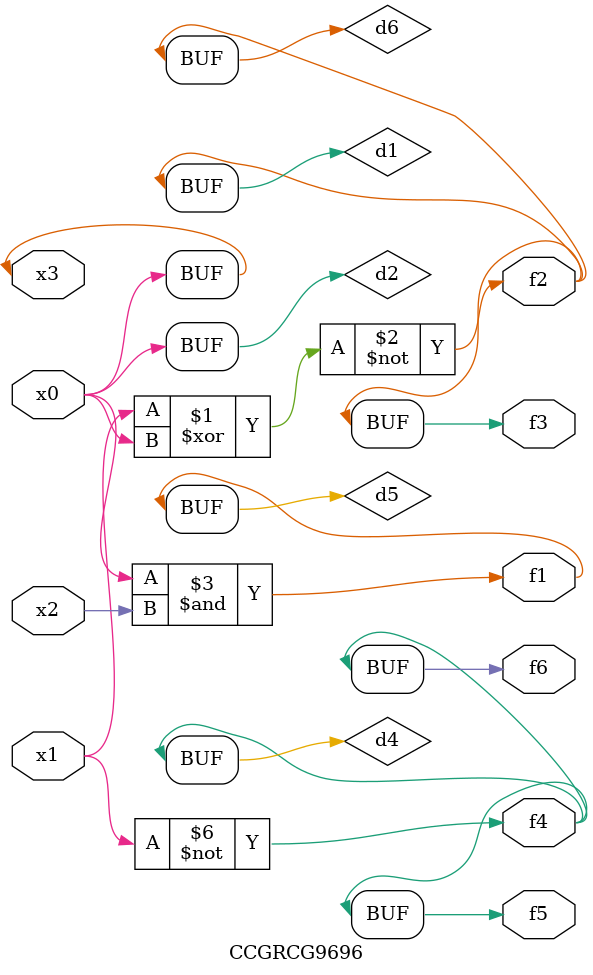
<source format=v>
module CCGRCG9696(
	input x0, x1, x2, x3,
	output f1, f2, f3, f4, f5, f6
);

	wire d1, d2, d3, d4, d5, d6;

	xnor (d1, x1, x3);
	buf (d2, x0, x3);
	nand (d3, x0, x2);
	not (d4, x1);
	nand (d5, d3);
	or (d6, d1);
	assign f1 = d5;
	assign f2 = d6;
	assign f3 = d6;
	assign f4 = d4;
	assign f5 = d4;
	assign f6 = d4;
endmodule

</source>
